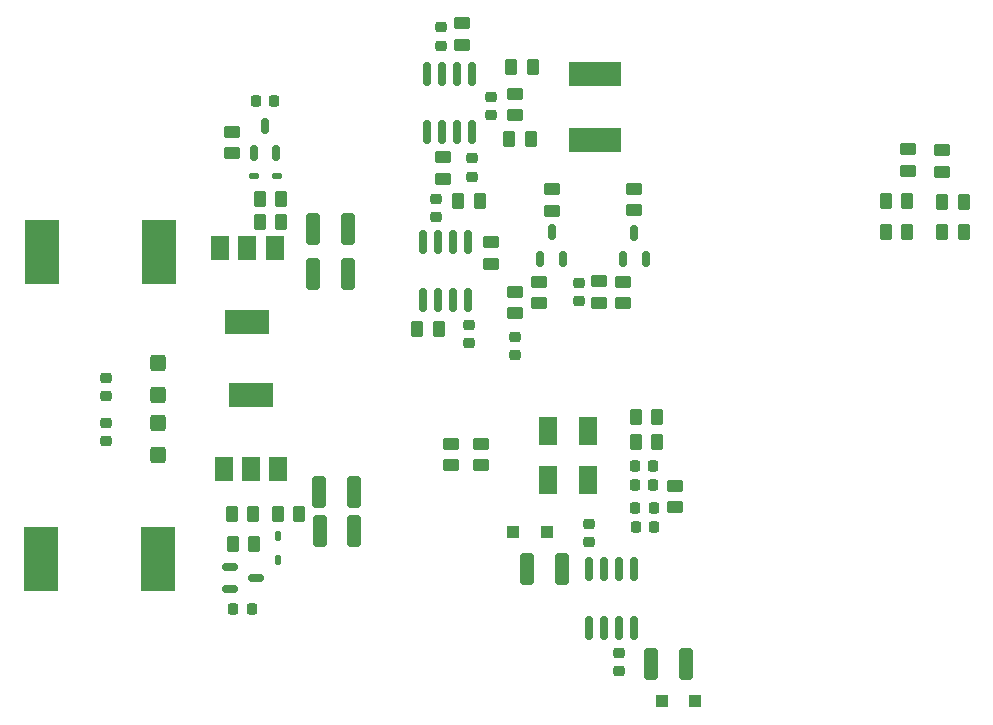
<source format=gbr>
%TF.GenerationSoftware,KiCad,Pcbnew,7.0.10*%
%TF.CreationDate,2024-03-12T19:05:43-04:00*%
%TF.ProjectId,current_controller,63757272-656e-4745-9f63-6f6e74726f6c,rev?*%
%TF.SameCoordinates,Original*%
%TF.FileFunction,Paste,Top*%
%TF.FilePolarity,Positive*%
%FSLAX46Y46*%
G04 Gerber Fmt 4.6, Leading zero omitted, Abs format (unit mm)*
G04 Created by KiCad (PCBNEW 7.0.10) date 2024-03-12 19:05:43*
%MOMM*%
%LPD*%
G01*
G04 APERTURE LIST*
G04 Aperture macros list*
%AMRoundRect*
0 Rectangle with rounded corners*
0 $1 Rounding radius*
0 $2 $3 $4 $5 $6 $7 $8 $9 X,Y pos of 4 corners*
0 Add a 4 corners polygon primitive as box body*
4,1,4,$2,$3,$4,$5,$6,$7,$8,$9,$2,$3,0*
0 Add four circle primitives for the rounded corners*
1,1,$1+$1,$2,$3*
1,1,$1+$1,$4,$5*
1,1,$1+$1,$6,$7*
1,1,$1+$1,$8,$9*
0 Add four rect primitives between the rounded corners*
20,1,$1+$1,$2,$3,$4,$5,0*
20,1,$1+$1,$4,$5,$6,$7,0*
20,1,$1+$1,$6,$7,$8,$9,0*
20,1,$1+$1,$8,$9,$2,$3,0*%
G04 Aperture macros list end*
%ADD10R,4.500000X2.000000*%
%ADD11RoundRect,0.250000X0.262500X0.450000X-0.262500X0.450000X-0.262500X-0.450000X0.262500X-0.450000X0*%
%ADD12RoundRect,0.250000X-0.425000X0.450000X-0.425000X-0.450000X0.425000X-0.450000X0.425000X0.450000X0*%
%ADD13RoundRect,0.250000X0.325000X1.100000X-0.325000X1.100000X-0.325000X-1.100000X0.325000X-1.100000X0*%
%ADD14RoundRect,0.150000X0.150000X-0.825000X0.150000X0.825000X-0.150000X0.825000X-0.150000X-0.825000X0*%
%ADD15RoundRect,0.225000X-0.250000X0.225000X-0.250000X-0.225000X0.250000X-0.225000X0.250000X0.225000X0*%
%ADD16RoundRect,0.250000X-0.450000X0.262500X-0.450000X-0.262500X0.450000X-0.262500X0.450000X0.262500X0*%
%ADD17RoundRect,0.150000X-0.150000X0.825000X-0.150000X-0.825000X0.150000X-0.825000X0.150000X0.825000X0*%
%ADD18RoundRect,0.225000X0.250000X-0.225000X0.250000X0.225000X-0.250000X0.225000X-0.250000X-0.225000X0*%
%ADD19RoundRect,0.150000X0.150000X-0.512500X0.150000X0.512500X-0.150000X0.512500X-0.150000X-0.512500X0*%
%ADD20RoundRect,0.250000X-0.262500X-0.450000X0.262500X-0.450000X0.262500X0.450000X-0.262500X0.450000X0*%
%ADD21RoundRect,0.250000X-0.325000X-1.100000X0.325000X-1.100000X0.325000X1.100000X-0.325000X1.100000X0*%
%ADD22RoundRect,0.250000X0.450000X-0.262500X0.450000X0.262500X-0.450000X0.262500X-0.450000X-0.262500X0*%
%ADD23RoundRect,0.125000X0.275000X0.125000X-0.275000X0.125000X-0.275000X-0.125000X0.275000X-0.125000X0*%
%ADD24R,1.500000X2.000000*%
%ADD25R,3.800000X2.000000*%
%ADD26R,2.900000X5.400000*%
%ADD27RoundRect,0.225000X-0.225000X-0.250000X0.225000X-0.250000X0.225000X0.250000X-0.225000X0.250000X0*%
%ADD28RoundRect,0.225000X0.225000X0.250000X-0.225000X0.250000X-0.225000X-0.250000X0.225000X-0.250000X0*%
%ADD29RoundRect,0.125000X0.125000X-0.275000X0.125000X0.275000X-0.125000X0.275000X-0.125000X-0.275000X0*%
%ADD30RoundRect,0.150000X-0.512500X-0.150000X0.512500X-0.150000X0.512500X0.150000X-0.512500X0.150000X0*%
%ADD31R,1.650000X2.410000*%
%ADD32RoundRect,0.250000X-0.300000X-0.300000X0.300000X-0.300000X0.300000X0.300000X-0.300000X0.300000X0*%
G04 APERTURE END LIST*
D10*
%TO.C,L2*%
X100485725Y-62282106D03*
X100485725Y-56682106D03*
%TD*%
D11*
%TO.C,R4*%
X73937500Y-67310000D03*
X72112500Y-67310000D03*
%TD*%
D12*
%TO.C,C7*%
X63500000Y-81200000D03*
X63500000Y-83900000D03*
%TD*%
D13*
%TO.C,C28*%
X80120177Y-95423071D03*
X77170177Y-95423071D03*
%TD*%
D14*
%TO.C,U9*%
X86227500Y-61640702D03*
X87497500Y-61640702D03*
X88767500Y-61640702D03*
X90037500Y-61640702D03*
X90037500Y-56690702D03*
X88767500Y-56690702D03*
X87497500Y-56690702D03*
X86227500Y-56690702D03*
%TD*%
D15*
%TO.C,C13*%
X89800244Y-77936106D03*
X89800244Y-79486106D03*
%TD*%
%TO.C,C12*%
X91688500Y-58631702D03*
X91688500Y-60181702D03*
%TD*%
D16*
%TO.C,R13*%
X107242893Y-91578209D03*
X107242893Y-93403209D03*
%TD*%
%TO.C,R23*%
X93720500Y-58356702D03*
X93720500Y-60181702D03*
%TD*%
%TO.C,R39*%
X93712421Y-75120702D03*
X93712421Y-76945702D03*
%TD*%
%TO.C,R25*%
X88265000Y-87987500D03*
X88265000Y-89812500D03*
%TD*%
D17*
%TO.C,U11*%
X103817687Y-98644558D03*
X102547687Y-98644558D03*
X101277687Y-98644558D03*
X100007687Y-98644558D03*
X100007687Y-103594558D03*
X101277687Y-103594558D03*
X102547687Y-103594558D03*
X103817687Y-103594558D03*
%TD*%
D18*
%TO.C,C4*%
X87451835Y-54293839D03*
X87451835Y-52743839D03*
%TD*%
D19*
%TO.C,Q3*%
X102872105Y-72403090D03*
X104772105Y-72403090D03*
X103822105Y-70128090D03*
%TD*%
D16*
%TO.C,R29*%
X91688500Y-70953202D03*
X91688500Y-72778202D03*
%TD*%
D20*
%TO.C,R26*%
X88902191Y-67422943D03*
X90727191Y-67422943D03*
%TD*%
D21*
%TO.C,C11*%
X105274862Y-106655034D03*
X108224862Y-106655034D03*
%TD*%
D22*
%TO.C,R19*%
X89273199Y-54235085D03*
X89273199Y-52410085D03*
%TD*%
D23*
%TO.C,D2*%
X71604548Y-65307407D03*
X73604548Y-65307407D03*
%TD*%
D24*
%TO.C,U1*%
X73362555Y-71410164D03*
X71062555Y-71410164D03*
D25*
X71062555Y-77710164D03*
D24*
X68762555Y-71410164D03*
%TD*%
D11*
%TO.C,R11*%
X105775058Y-85733949D03*
X103950058Y-85733949D03*
%TD*%
D22*
%TO.C,R38*%
X95752500Y-76108012D03*
X95752500Y-74283012D03*
%TD*%
D15*
%TO.C,C18*%
X59055000Y-86220000D03*
X59055000Y-87770000D03*
%TD*%
D13*
%TO.C,C29*%
X80104298Y-92069500D03*
X77154298Y-92069500D03*
%TD*%
D11*
%TO.C,R21*%
X75454298Y-93974500D03*
X73629298Y-93974500D03*
%TD*%
D14*
%TO.C,U10*%
X85945370Y-75864702D03*
X87215370Y-75864702D03*
X88485370Y-75864702D03*
X89755370Y-75864702D03*
X89755370Y-70914702D03*
X88485370Y-70914702D03*
X87215370Y-70914702D03*
X85945370Y-70914702D03*
%TD*%
D12*
%TO.C,C8*%
X63500000Y-86280000D03*
X63500000Y-88980000D03*
%TD*%
D21*
%TO.C,C30*%
X76630000Y-73660000D03*
X79580000Y-73660000D03*
%TD*%
D26*
%TO.C,L3*%
X63468534Y-97777261D03*
X53568534Y-97777261D03*
%TD*%
D27*
%TO.C,C23*%
X103927893Y-95030709D03*
X105477893Y-95030709D03*
%TD*%
D16*
%TO.C,R31*%
X100869526Y-74243548D03*
X100869526Y-76068548D03*
%TD*%
D18*
%TO.C,C14*%
X87055889Y-68843931D03*
X87055889Y-67293931D03*
%TD*%
D20*
%TO.C,R28*%
X93212500Y-62213702D03*
X95037500Y-62213702D03*
%TD*%
D11*
%TO.C,R27*%
X95244500Y-56117702D03*
X93419500Y-56117702D03*
%TD*%
D22*
%TO.C,R37*%
X103829042Y-68225072D03*
X103829042Y-66400072D03*
%TD*%
D11*
%TO.C,R35*%
X126933956Y-67463952D03*
X125108956Y-67463952D03*
%TD*%
%TO.C,R34*%
X131722500Y-67519777D03*
X129897500Y-67519777D03*
%TD*%
D22*
%TO.C,R36*%
X96840260Y-68263893D03*
X96840260Y-66438893D03*
%TD*%
D11*
%TO.C,R20*%
X71644298Y-96514500D03*
X69819298Y-96514500D03*
%TD*%
D20*
%TO.C,R33*%
X129897500Y-70059777D03*
X131722500Y-70059777D03*
%TD*%
D22*
%TO.C,R14*%
X102864500Y-76108012D03*
X102864500Y-74283012D03*
%TD*%
D13*
%TO.C,C16*%
X97692995Y-98631642D03*
X94742995Y-98631642D03*
%TD*%
D21*
%TO.C,C20*%
X76630000Y-69850000D03*
X79580000Y-69850000D03*
%TD*%
D16*
%TO.C,R22*%
X90805000Y-87987500D03*
X90805000Y-89812500D03*
%TD*%
D18*
%TO.C,C21*%
X93720500Y-80501702D03*
X93720500Y-78951702D03*
%TD*%
D15*
%TO.C,C9*%
X99110802Y-74370445D03*
X99110802Y-75920445D03*
%TD*%
D24*
%TO.C,U3*%
X69064923Y-90167691D03*
X71364923Y-90167691D03*
D25*
X71364923Y-83867691D03*
D24*
X73664923Y-90167691D03*
%TD*%
D26*
%TO.C,L1*%
X63554961Y-71799284D03*
X53654961Y-71799284D03*
%TD*%
D22*
%TO.C,R40*%
X126998379Y-64887442D03*
X126998379Y-63062442D03*
%TD*%
D15*
%TO.C,C10*%
X59055000Y-82410000D03*
X59055000Y-83960000D03*
%TD*%
D20*
%TO.C,R30*%
X85419873Y-78276118D03*
X87244873Y-78276118D03*
%TD*%
D28*
%TO.C,C2*%
X73313332Y-58986955D03*
X71763332Y-58986955D03*
%TD*%
D29*
%TO.C,D4*%
X73623528Y-95807690D03*
X73623528Y-97807690D03*
%TD*%
D20*
%TO.C,R9*%
X69739298Y-93974500D03*
X71564298Y-93974500D03*
%TD*%
D16*
%TO.C,R5*%
X69741682Y-61574210D03*
X69741682Y-63399210D03*
%TD*%
D22*
%TO.C,R24*%
X87624500Y-65562702D03*
X87624500Y-63737702D03*
%TD*%
D15*
%TO.C,C26*%
X102535191Y-105717397D03*
X102535191Y-107267397D03*
%TD*%
D19*
%TO.C,Q1*%
X71588332Y-63394455D03*
X73488332Y-63394455D03*
X72538332Y-61119455D03*
%TD*%
%TO.C,Q4*%
X95877292Y-72373702D03*
X97777292Y-72373702D03*
X96827292Y-70098702D03*
%TD*%
D22*
%TO.C,R41*%
X129897500Y-64979777D03*
X129897500Y-63154777D03*
%TD*%
D15*
%TO.C,C3*%
X90048116Y-63842340D03*
X90048116Y-65392340D03*
%TD*%
D20*
%TO.C,R12*%
X103942127Y-87900140D03*
X105767127Y-87900140D03*
%TD*%
D15*
%TO.C,C27*%
X100022640Y-94791900D03*
X100022640Y-96341900D03*
%TD*%
D27*
%TO.C,C19*%
X69873578Y-101957366D03*
X71423578Y-101957366D03*
%TD*%
D30*
%TO.C,Q2*%
X69551798Y-98424500D03*
X69551798Y-100324500D03*
X71826798Y-99374500D03*
%TD*%
D31*
%TO.C,R45*%
X96492511Y-91079411D03*
X96492511Y-86889411D03*
X99922511Y-91079411D03*
X99922511Y-86889411D03*
%TD*%
D20*
%TO.C,R10*%
X125095000Y-70059777D03*
X126920000Y-70059777D03*
%TD*%
D32*
%TO.C,D3*%
X93586283Y-95440200D03*
X96386283Y-95440200D03*
%TD*%
D11*
%TO.C,R6*%
X73937500Y-69215000D03*
X72112500Y-69215000D03*
%TD*%
D27*
%TO.C,C5*%
X103863895Y-91532913D03*
X105413895Y-91532913D03*
%TD*%
D32*
%TO.C,D1*%
X106136723Y-109806737D03*
X108936723Y-109806737D03*
%TD*%
D27*
%TO.C,C6*%
X103916076Y-93411797D03*
X105466076Y-93411797D03*
%TD*%
D28*
%TO.C,C22*%
X105417500Y-89899702D03*
X103867500Y-89899702D03*
%TD*%
M02*

</source>
